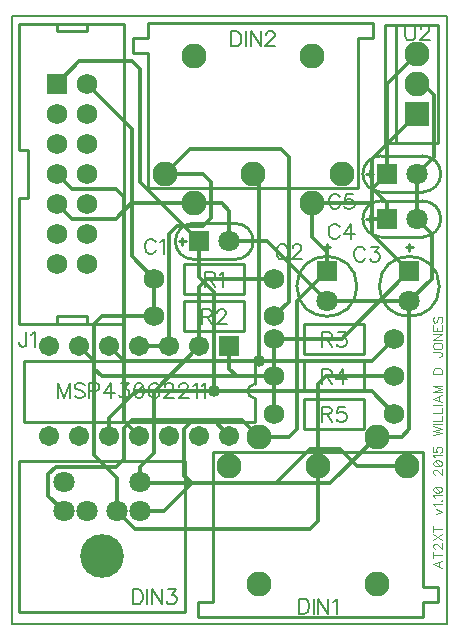
<source format=gbr>
G04 DipTrace 2.4.0.2*
%INTopSilk.gbr*%
%MOIN*%
%ADD10C,0.0098*%
%ADD11C,0.006*%
%ADD13C,0.013*%
%ADD14C,0.063*%
%ADD15R,0.063X0.063*%
%ADD16C,0.0748*%
%ADD17C,0.063*%
%ADD18C,0.1378*%
%ADD19R,0.06X0.06*%
%ADD20C,0.06*%
%ADD21R,0.0591X0.0591*%
%ADD22C,0.0591*%
%ADD23C,0.06*%
%ADD24R,0.0748X0.0748*%
%ADD25C,0.0748*%
%ADD26C,0.04*%
%ADD37C,0.0828*%
%ADD39R,0.0828X0.0828*%
%ADD41C,0.068*%
%ADD43C,0.0671*%
%ADD45R,0.0671X0.0671*%
%ADD47C,0.068*%
%ADD49R,0.068X0.068*%
%ADD51C,0.1458*%
%ADD53C,0.071*%
%ADD55C,0.0828*%
%ADD57R,0.071X0.071*%
%ADD59C,0.071*%
%ADD60C,0.0077*%
%ADD61C,0.0046*%
%FSLAX44Y44*%
G04*
G70*
G90*
G75*
G01*
%LNTopSilk*%
%LPD*%
X9991Y16090D2*
D10*
X11389D1*
X9991Y17290D2*
X11389D1*
Y16090D2*
G03X11389Y17290I1J600D01*
G01*
X9991D2*
G03X9991Y16090I-1J-600D01*
G01*
X9627Y16572D2*
Y16808D1*
X9509Y16690D2*
X9745D1*
X14322Y16489D2*
X14558D1*
X14440Y16607D2*
Y16371D1*
X13440Y15190D2*
G02X13440Y15190I1000J0D01*
G01*
X17072Y16489D2*
X17308D1*
X17190Y16607D2*
Y16371D1*
X16190Y15190D2*
G02X16190Y15190I1000J0D01*
G01*
X16241Y16840D2*
X17639D1*
X16241Y18040D2*
X17639D1*
Y16840D2*
G03X17639Y18040I1J600D01*
G01*
X16241D2*
G03X16241Y16840I-1J-600D01*
G01*
X15877Y17322D2*
Y17558D1*
X15759Y17440D2*
X15995D1*
X16241Y18340D2*
X17639D1*
X16241Y19540D2*
X17639D1*
Y18340D2*
G03X17639Y19540I1J600D01*
G01*
X16241D2*
G03X16241Y18340I-1J-600D01*
G01*
X15877Y18822D2*
Y19058D1*
X15759Y18940D2*
X15995D1*
X17643Y9674D2*
Y5174D1*
X18143D1*
Y4674D1*
X17643D1*
Y4174D1*
X10643D1*
X10143D1*
Y4674D1*
X10643D1*
Y9674D1*
X17643D1*
X8487Y18456D2*
Y22956D1*
X7987D1*
Y23456D1*
X8487D1*
Y23956D1*
X15487D1*
X15987D1*
Y23456D1*
X15487D1*
Y18456D1*
X8487D1*
X4192Y9363D2*
Y4344D1*
X9704Y9363D2*
X4192D1*
X9704D2*
Y4344D1*
X4192D1*
X5439Y23690D2*
Y23940D1*
X6441Y23690D2*
X5439D1*
X6441D2*
Y23940D1*
X5439Y13940D2*
Y14190D1*
X6441D2*
X5439D1*
X6441Y13940D2*
Y14190D1*
X7690Y23940D2*
X4190D1*
X7690Y13940D2*
X4190D1*
X7690D2*
Y23940D1*
X4491Y19740D2*
X4190D1*
X4491Y18140D2*
Y19740D1*
Y18140D2*
X4190D1*
Y19740D2*
Y23940D1*
Y13940D2*
Y18140D1*
X12048Y10670D2*
X4332D1*
Y12718D2*
Y10670D1*
X12048Y12718D2*
X4332D1*
X12048D2*
Y11930D1*
Y10670D2*
Y11458D1*
Y11930D2*
G03X12048Y11458I0J-236D01*
G01*
X11688Y14940D2*
X9692D1*
Y15940D2*
Y14940D1*
X11688Y15940D2*
X9692D1*
X11688D2*
Y14940D1*
Y13690D2*
X9692D1*
Y14690D2*
Y13690D1*
X11688Y14690D2*
X9692D1*
X11688D2*
Y13690D1*
X15688Y12940D2*
X13692D1*
Y13940D2*
Y12940D1*
X15688Y13940D2*
X13692D1*
X15688D2*
Y12940D1*
Y11690D2*
X13692D1*
Y12690D2*
Y11690D1*
X15688Y12690D2*
X13692D1*
X15688D2*
Y11690D1*
Y10440D2*
X13692D1*
Y11440D2*
Y10440D1*
X15688Y11440D2*
X13692D1*
X15688D2*
Y10440D1*
X16377Y19971D2*
X18149D1*
Y23909D1*
X16377D1*
Y19971D1*
X16731D2*
Y23909D1*
X8732Y16653D2*
D60*
X8708Y16700D1*
X8660Y16748D1*
X8613Y16772D1*
X8517D1*
X8469Y16748D1*
X8422Y16700D1*
X8397Y16653D1*
X8373Y16581D1*
Y16461D1*
X8397Y16390D1*
X8422Y16342D1*
X8469Y16294D1*
X8517Y16270D1*
X8613D1*
X8660Y16294D1*
X8708Y16342D1*
X8732Y16390D1*
X8887Y16676D2*
X8935Y16700D1*
X9007Y16772D1*
Y16270D1*
X13125Y16470D2*
X13101Y16517D1*
X13053Y16565D1*
X13005Y16589D1*
X12910D1*
X12862Y16565D1*
X12814Y16517D1*
X12790Y16470D1*
X12766Y16398D1*
Y16278D1*
X12790Y16207D1*
X12814Y16159D1*
X12862Y16111D1*
X12910Y16087D1*
X13005D1*
X13053Y16111D1*
X13101Y16159D1*
X13125Y16207D1*
X13303Y16469D2*
Y16493D1*
X13327Y16541D1*
X13351Y16565D1*
X13399Y16589D1*
X13495D1*
X13542Y16565D1*
X13566Y16541D1*
X13590Y16493D1*
Y16446D1*
X13566Y16397D1*
X13518Y16326D1*
X13279Y16087D1*
X13614D1*
X15717Y16396D2*
X15693Y16443D1*
X15645Y16491D1*
X15598Y16515D1*
X15502D1*
X15454Y16491D1*
X15407Y16443D1*
X15382Y16396D1*
X15359Y16324D1*
Y16204D1*
X15382Y16133D1*
X15407Y16085D1*
X15454Y16037D1*
X15502Y16013D1*
X15598D1*
X15645Y16037D1*
X15693Y16085D1*
X15717Y16133D1*
X15920Y16515D2*
X16182D1*
X16039Y16323D1*
X16111D1*
X16158Y16300D1*
X16182Y16276D1*
X16207Y16204D1*
Y16156D1*
X16182Y16085D1*
X16135Y16037D1*
X16063Y16013D1*
X15991D1*
X15920Y16037D1*
X15896Y16061D1*
X15872Y16108D1*
X14863Y17153D2*
X14839Y17200D1*
X14791Y17248D1*
X14743Y17272D1*
X14648D1*
X14600Y17248D1*
X14552Y17200D1*
X14528Y17153D1*
X14504Y17081D1*
Y16961D1*
X14528Y16890D1*
X14552Y16842D1*
X14600Y16794D1*
X14648Y16770D1*
X14743D1*
X14791Y16794D1*
X14839Y16842D1*
X14863Y16890D1*
X15257Y16770D2*
Y17272D1*
X15017Y16937D1*
X15376D1*
X14875Y18153D2*
X14851Y18200D1*
X14803Y18248D1*
X14755Y18272D1*
X14660D1*
X14612Y18248D1*
X14564Y18200D1*
X14540Y18153D1*
X14516Y18081D1*
Y17961D1*
X14540Y17890D1*
X14564Y17842D1*
X14612Y17794D1*
X14660Y17770D1*
X14755D1*
X14803Y17794D1*
X14851Y17842D1*
X14875Y17890D1*
X15316Y18272D2*
X15077D1*
X15053Y18057D1*
X15077Y18080D1*
X15149Y18105D1*
X15220D1*
X15292Y18080D1*
X15340Y18033D1*
X15364Y17961D1*
Y17914D1*
X15340Y17842D1*
X15292Y17794D1*
X15220Y17770D1*
X15149D1*
X15077Y17794D1*
X15053Y17818D1*
X15029Y17865D1*
X13516Y4780D2*
Y4278D1*
X13684D1*
X13756Y4302D1*
X13804Y4350D1*
X13827Y4398D1*
X13851Y4469D1*
Y4589D1*
X13827Y4661D1*
X13804Y4709D1*
X13756Y4757D1*
X13684Y4780D1*
X13516D1*
X14006D2*
Y4278D1*
X14495Y4780D2*
Y4278D1*
X14160Y4780D1*
Y4278D1*
X14649Y4684D2*
X14697Y4709D1*
X14769Y4780D1*
Y4278D1*
X11253Y23688D2*
Y23186D1*
X11421D1*
X11493Y23210D1*
X11541Y23257D1*
X11564Y23306D1*
X11588Y23377D1*
Y23497D1*
X11564Y23569D1*
X11541Y23616D1*
X11493Y23664D1*
X11421Y23688D1*
X11253D1*
X11743D2*
Y23186D1*
X12232Y23688D2*
Y23186D1*
X11897Y23688D1*
Y23186D1*
X12411Y23568D2*
Y23592D1*
X12434Y23640D1*
X12458Y23664D1*
X12506Y23687D1*
X12602D1*
X12649Y23664D1*
X12673Y23640D1*
X12697Y23592D1*
Y23544D1*
X12673Y23496D1*
X12626Y23425D1*
X12386Y23186D1*
X12721D1*
X7964Y5095D2*
Y4593D1*
X8131D1*
X8203Y4617D1*
X8251Y4665D1*
X8275Y4713D1*
X8299Y4784D1*
Y4904D1*
X8275Y4976D1*
X8251Y5024D1*
X8203Y5072D1*
X8131Y5095D1*
X7964D1*
X8453D2*
Y4593D1*
X8943Y5095D2*
Y4593D1*
X8608Y5095D1*
Y4593D1*
X9145Y5095D2*
X9408D1*
X9264Y4904D1*
X9336D1*
X9384Y4880D1*
X9408Y4856D1*
X9432Y4784D1*
Y4737D1*
X9408Y4665D1*
X9360Y4617D1*
X9288Y4593D1*
X9216D1*
X9145Y4617D1*
X9121Y4641D1*
X9097Y4689D1*
X4422Y13672D2*
Y13290D1*
X4399Y13218D1*
X4374Y13194D1*
X4327Y13170D1*
X4279D1*
X4231Y13194D1*
X4207Y13218D1*
X4183Y13290D1*
Y13337D1*
X4577Y13576D2*
X4625Y13600D1*
X4697Y13672D1*
Y13170D1*
X5876Y11465D2*
Y11968D1*
X5685Y11465D1*
X5493Y11968D1*
Y11465D1*
X6365Y11896D2*
X6318Y11944D1*
X6246Y11968D1*
X6150D1*
X6078Y11944D1*
X6030Y11896D1*
Y11848D1*
X6055Y11800D1*
X6078Y11776D1*
X6126Y11753D1*
X6270Y11704D1*
X6318Y11681D1*
X6341Y11656D1*
X6365Y11609D1*
Y11537D1*
X6318Y11489D1*
X6246Y11465D1*
X6150D1*
X6078Y11489D1*
X6030Y11537D1*
X6520Y11704D2*
X6735D1*
X6806Y11728D1*
X6831Y11753D1*
X6854Y11800D1*
Y11872D1*
X6831Y11919D1*
X6806Y11944D1*
X6735Y11968D1*
X6520D1*
Y11465D1*
X7248D2*
Y11967D1*
X7009Y11633D1*
X7368D1*
X7570Y11967D2*
X7833D1*
X7689Y11776D1*
X7761D1*
X7809Y11752D1*
X7833Y11728D1*
X7857Y11656D1*
Y11609D1*
X7833Y11537D1*
X7785Y11489D1*
X7713Y11465D1*
X7641D1*
X7570Y11489D1*
X7546Y11513D1*
X7522Y11561D1*
X8155Y11967D2*
X8083Y11943D1*
X8035Y11871D1*
X8011Y11752D1*
Y11680D1*
X8035Y11561D1*
X8083Y11489D1*
X8155Y11465D1*
X8203D1*
X8274Y11489D1*
X8322Y11561D1*
X8346Y11680D1*
Y11752D1*
X8322Y11871D1*
X8274Y11943D1*
X8203Y11967D1*
X8155D1*
X8322Y11871D2*
X8035Y11561D1*
X8859Y11848D2*
X8836Y11896D1*
X8787Y11944D1*
X8740Y11968D1*
X8644D1*
X8596Y11944D1*
X8549Y11896D1*
X8524Y11848D1*
X8501Y11776D1*
Y11656D1*
X8524Y11585D1*
X8549Y11537D1*
X8596Y11489D1*
X8644Y11465D1*
X8740D1*
X8787Y11489D1*
X8836Y11537D1*
X8859Y11585D1*
Y11656D1*
X8740D1*
X9038Y11848D2*
Y11871D1*
X9062Y11919D1*
X9086Y11943D1*
X9134Y11967D1*
X9229D1*
X9277Y11943D1*
X9301Y11919D1*
X9325Y11871D1*
Y11824D1*
X9301Y11776D1*
X9253Y11704D1*
X9014Y11465D1*
X9349D1*
X9527Y11848D2*
Y11871D1*
X9551Y11919D1*
X9575Y11943D1*
X9623Y11967D1*
X9719D1*
X9766Y11943D1*
X9790Y11919D1*
X9814Y11871D1*
Y11824D1*
X9790Y11776D1*
X9742Y11704D1*
X9503Y11465D1*
X9838D1*
X9992Y11871D2*
X10040Y11896D1*
X10112Y11967D1*
Y11465D1*
X10267Y11871D2*
X10315Y11896D1*
X10387Y11967D1*
Y11465D1*
X10385Y15433D2*
X10600D1*
X10672Y15457D1*
X10697Y15481D1*
X10720Y15529D1*
Y15577D1*
X10697Y15624D1*
X10672Y15648D1*
X10600Y15672D1*
X10385D1*
Y15170D1*
X10553Y15433D2*
X10720Y15170D1*
X10875Y15576D2*
X10923Y15600D1*
X10995Y15672D1*
Y15170D1*
X10278Y14183D2*
X10493D1*
X10565Y14207D1*
X10589Y14231D1*
X10613Y14279D1*
Y14327D1*
X10589Y14374D1*
X10565Y14398D1*
X10493Y14422D1*
X10278D1*
Y13920D1*
X10445Y14183D2*
X10613Y13920D1*
X10792Y14302D2*
Y14326D1*
X10815Y14374D1*
X10839Y14398D1*
X10887Y14422D1*
X10983D1*
X11030Y14398D1*
X11054Y14374D1*
X11078Y14326D1*
Y14279D1*
X11054Y14230D1*
X11007Y14159D1*
X10767Y13920D1*
X11102D1*
X14278Y13433D2*
X14493D1*
X14565Y13457D1*
X14589Y13481D1*
X14613Y13529D1*
Y13577D1*
X14589Y13624D1*
X14565Y13648D1*
X14493Y13672D1*
X14278D1*
Y13170D1*
X14445Y13433D2*
X14613Y13170D1*
X14815Y13672D2*
X15078D1*
X14935Y13480D1*
X15007D1*
X15054Y13457D1*
X15078Y13433D1*
X15102Y13361D1*
Y13314D1*
X15078Y13242D1*
X15030Y13194D1*
X14958Y13170D1*
X14887D1*
X14815Y13194D1*
X14792Y13218D1*
X14767Y13265D1*
X14266Y12183D2*
X14481D1*
X14553Y12207D1*
X14577Y12231D1*
X14601Y12279D1*
Y12327D1*
X14577Y12374D1*
X14553Y12398D1*
X14481Y12422D1*
X14266D1*
Y11920D1*
X14433Y12183D2*
X14601Y11920D1*
X14995D2*
Y12422D1*
X14755Y12087D1*
X15114D1*
X14278Y10933D2*
X14493D1*
X14565Y10957D1*
X14589Y10981D1*
X14613Y11029D1*
Y11077D1*
X14589Y11124D1*
X14565Y11148D1*
X14493Y11172D1*
X14278D1*
Y10670D1*
X14445Y10933D2*
X14613Y10670D1*
X15054Y11172D2*
X14815D1*
X14792Y10957D1*
X14815Y10980D1*
X14887Y11005D1*
X14958D1*
X15030Y10980D1*
X15078Y10933D1*
X15102Y10861D1*
Y10814D1*
X15078Y10742D1*
X15030Y10694D1*
X14958Y10670D1*
X14887D1*
X14815Y10694D1*
X14792Y10718D1*
X14767Y10765D1*
X17054Y23891D2*
Y23532D1*
X17078Y23460D1*
X17126Y23413D1*
X17198Y23388D1*
X17246D1*
X17317Y23413D1*
X17366Y23460D1*
X17389Y23532D1*
Y23891D1*
X17568Y23771D2*
Y23795D1*
X17592Y23843D1*
X17616Y23866D1*
X17664Y23890D1*
X17759D1*
X17807Y23866D1*
X17831Y23843D1*
X17855Y23795D1*
Y23747D1*
X17831Y23699D1*
X17783Y23628D1*
X17544Y23388D1*
X17879D1*
X18283Y6040D2*
D61*
X17981Y5924D1*
X18283Y5810D1*
X18182Y5853D2*
Y5996D1*
X17981Y6233D2*
X18283D1*
X17981Y6132D2*
Y6333D1*
X18053Y6440D2*
X18039D1*
X18010Y6455D1*
X17996Y6469D1*
X17982Y6498D1*
Y6555D1*
X17996Y6584D1*
X18010Y6598D1*
X18039Y6612D1*
X18068D1*
X18096Y6598D1*
X18139Y6569D1*
X18283Y6426D1*
Y6627D1*
X17981Y6719D2*
X18283Y6920D1*
X17981D2*
X18283Y6719D1*
X17981Y7113D2*
X18283D1*
X17981Y7013D2*
Y7214D1*
X18082Y7598D2*
X18283Y7684D1*
X18082Y7770D1*
X18039Y7863D2*
X18024Y7892D1*
X17982Y7935D1*
X18283D1*
X18254Y8042D2*
X18268Y8027D1*
X18283Y8042D1*
X18268Y8056D1*
X18254Y8042D1*
X18039Y8149D2*
X18024Y8178D1*
X17982Y8221D1*
X18283D1*
X17982Y8400D2*
X17996Y8357D1*
X18039Y8328D1*
X18111Y8314D1*
X18154D1*
X18225Y8328D1*
X18268Y8357D1*
X18283Y8400D1*
Y8428D1*
X18268Y8471D1*
X18225Y8500D1*
X18154Y8515D1*
X18111D1*
X18039Y8500D1*
X17996Y8471D1*
X17982Y8428D1*
Y8400D1*
X18039Y8500D2*
X18225Y8328D1*
X18053Y8913D2*
X18039D1*
X18010Y8928D1*
X17996Y8942D1*
X17982Y8971D1*
Y9028D1*
X17996Y9057D1*
X18010Y9071D1*
X18039Y9085D1*
X18068D1*
X18096Y9071D1*
X18139Y9042D1*
X18283Y8899D1*
Y9100D1*
X17982Y9279D2*
X17996Y9235D1*
X18039Y9207D1*
X18111Y9192D1*
X18154D1*
X18225Y9207D1*
X18268Y9235D1*
X18283Y9279D1*
Y9307D1*
X18268Y9350D1*
X18225Y9379D1*
X18154Y9393D1*
X18111D1*
X18039Y9379D1*
X17996Y9350D1*
X17982Y9307D1*
Y9279D1*
X18039Y9379D2*
X18225Y9207D1*
X18039Y9486D2*
X18024Y9515D1*
X17982Y9558D1*
X18283D1*
X17982Y9823D2*
Y9679D1*
X18111Y9665D1*
X18096Y9679D1*
X18082Y9723D1*
Y9765D1*
X18096Y9808D1*
X18125Y9837D1*
X18168Y9852D1*
X18197D1*
X18240Y9837D1*
X18268Y9808D1*
X18283Y9765D1*
Y9723D1*
X18268Y9679D1*
X18254Y9665D1*
X18225Y9651D1*
X17981Y10236D2*
X18283Y10308D1*
X17981Y10379D1*
X18283Y10451D1*
X17981Y10523D1*
Y10616D2*
X18283D1*
X17981Y10708D2*
X18283D1*
Y10880D1*
X17981Y10973D2*
X18283D1*
Y11145D1*
X17981Y11238D2*
X18283D1*
Y11560D2*
X17981Y11445D1*
X18283Y11330D1*
X18182Y11373D2*
Y11517D1*
X18283Y11882D2*
X17981D1*
X18283Y11768D1*
X17981Y11653D1*
X18283D1*
X17981Y12266D2*
X18283D1*
Y12367D1*
X18268Y12410D1*
X18240Y12439D1*
X18211Y12453D1*
X18168Y12467D1*
X18096D1*
X18053Y12453D1*
X18024Y12439D1*
X17996Y12410D1*
X17981Y12367D1*
Y12266D1*
Y12995D2*
X18211D1*
X18254Y12981D1*
X18268Y12966D1*
X18283Y12938D1*
Y12909D1*
X18268Y12881D1*
X18254Y12866D1*
X18211Y12852D1*
X18182D1*
X17981Y13174D2*
X17996Y13145D1*
X18024Y13117D1*
X18053Y13102D1*
X18096Y13088D1*
X18168D1*
X18211Y13102D1*
X18240Y13117D1*
X18268Y13145D1*
X18283Y13174D1*
Y13232D1*
X18268Y13260D1*
X18240Y13289D1*
X18211Y13303D1*
X18168Y13317D1*
X18096D1*
X18053Y13303D1*
X18024Y13289D1*
X17996Y13260D1*
X17981Y13232D1*
Y13174D1*
Y13611D2*
X18283D1*
X17981Y13410D1*
X18283D1*
X17981Y13890D2*
Y13704D1*
X18283D1*
Y13890D1*
X18125Y13704D2*
Y13818D1*
X18024Y14184D2*
X17996Y14155D1*
X17981Y14112D1*
Y14055D1*
X17996Y14011D1*
X18024Y13983D1*
X18053D1*
X18082Y13997D1*
X18096Y14011D1*
X18110Y14040D1*
X18139Y14126D1*
X18153Y14155D1*
X18168Y14169D1*
X18197Y14184D1*
X18240D1*
X18268Y14155D1*
X18283Y14112D1*
Y14055D1*
X18268Y14011D1*
X18240Y13983D1*
%LNTopMask*%
D26*
X10680Y11695D3*
X12190Y12690D3*
D59*
X11190Y16690D3*
D57*
X10190D3*
X14440Y15690D3*
D59*
Y14690D3*
D57*
X17190Y15690D3*
D59*
Y14690D3*
X17440Y17440D3*
D57*
X16440D3*
D59*
X17440Y18940D3*
D57*
X16440D3*
D55*
X11190Y9190D3*
X14143D3*
X17096D3*
X12174Y10174D3*
X16111D3*
X12174Y5253D3*
X16111D3*
X14940Y18940D3*
X11987D3*
X9034D3*
X13956Y17956D3*
X10019D3*
X13956Y22877D3*
X10019D3*
D53*
X7440Y7690D3*
X6456D3*
X8227D3*
X5668D3*
X8227Y8674D3*
X5668D3*
D51*
X6948Y6214D3*
D49*
X5440Y21940D3*
D47*
Y20940D3*
Y19940D3*
Y18940D3*
Y17940D3*
Y16940D3*
Y15940D3*
X6440D3*
Y16940D3*
Y17940D3*
Y18940D3*
Y19940D3*
Y20940D3*
Y21940D3*
D45*
X11190Y13190D3*
D43*
X10190D3*
X9190D3*
X8190D3*
X7190D3*
X6190D3*
X5190D3*
Y10198D3*
X6190D3*
X7190D3*
X8190D3*
X9190D3*
X10190D3*
X11190D3*
D47*
X8690Y15440D3*
D41*
X12690D3*
D47*
X8690Y14190D3*
D41*
X12690D3*
D47*
Y13440D3*
D41*
X16690D3*
D47*
X12690Y12190D3*
D41*
X16690D3*
D47*
X12690Y10940D3*
D41*
X16690D3*
D39*
X17440Y20940D3*
D37*
Y21940D3*
Y22940D3*
%LNTopPaste*%
D26*
X10680Y11695D3*
X12190Y12690D3*
%LNTop*%
X17190Y15690D2*
D13*
X14940Y13440D1*
X12690D1*
X8690Y14190D2*
X6940D1*
X6680Y13930D1*
Y12450D1*
X6940Y12190D1*
X12690D1*
X11190Y16690D2*
X12440D1*
X14440Y14690D1*
X10019Y17956D2*
X7921D1*
X7401Y17435D1*
X5945D1*
X5440Y17940D1*
X10190Y13190D2*
Y15180D1*
X10450Y15440D1*
X12690D1*
X8227Y8674D2*
X8281Y8621D1*
X12745D1*
X13883Y9759D1*
X14875D1*
X15444Y9190D1*
X17096D1*
X9034Y18940D2*
X10328D1*
X10588Y18680D1*
Y17460D1*
X10328Y17200D1*
X9450D1*
X9190Y16940D1*
Y13190D1*
X14143Y9190D2*
Y7358D1*
X13883Y7098D1*
X8032D1*
X7440Y7690D1*
X12174Y10174D2*
X11605Y10743D1*
X7940D1*
X7680Y10483D1*
Y9444D1*
X7420Y9184D1*
X5418D1*
X5158Y8924D1*
Y8200D1*
X5668Y7690D1*
X13956Y17956D2*
X15930D1*
Y17440D1*
X16440D1*
Y17961D1*
X15930Y18471D1*
Y19430D1*
X17440Y20940D1*
X7190Y10198D2*
Y10810D1*
X8075Y11695D1*
X10680D1*
X15935D1*
X16690Y10940D1*
X7190Y13190D2*
X7690Y12690D1*
X12190D1*
X15940D1*
X16690Y13440D1*
D26*
X10680Y11695D3*
X12190Y12690D3*
D14*
X11190Y16690D3*
D15*
X10190D3*
X14440Y15690D3*
D14*
Y14690D3*
D15*
X17190Y15690D3*
D14*
Y14690D3*
X17440Y17440D3*
D15*
X16440D3*
D14*
X17440Y18940D3*
D15*
X16440D3*
D16*
X11190Y9190D3*
X14143D3*
X17096D3*
X12174Y10174D3*
X16111D3*
X12174Y5253D3*
X16111D3*
X14940Y18940D3*
X11987D3*
X9034D3*
X13956Y17956D3*
X10019D3*
X13956Y22877D3*
X10019D3*
D17*
X7440Y7690D3*
X6456D3*
X8227D3*
X5668D3*
X8227Y8674D3*
X5668D3*
D18*
X6948Y6214D3*
D19*
X5440Y21940D3*
D20*
Y20940D3*
Y19940D3*
Y18940D3*
Y17940D3*
Y16940D3*
Y15940D3*
X6440D3*
Y16940D3*
Y17940D3*
Y18940D3*
Y19940D3*
Y20940D3*
Y21940D3*
D21*
X11190Y13190D3*
D22*
X10190D3*
X9190D3*
X8190D3*
X7190D3*
X6190D3*
X5190D3*
Y10198D3*
X6190D3*
X7190D3*
X8190D3*
X9190D3*
X10190D3*
X11190D3*
D20*
X8690Y15440D3*
D23*
X12690D3*
D20*
X8690Y14190D3*
D23*
X12690D3*
D20*
Y13440D3*
D23*
X16690D3*
D20*
X12690Y12190D3*
D23*
X16690D3*
D20*
X12690Y10940D3*
D23*
X16690D3*
D24*
X17440Y20940D3*
D25*
Y21940D3*
Y22940D3*
%LNBottom*%
X8690Y14190D2*
D13*
Y15440D1*
X17190Y15690D2*
X15930Y16950D1*
Y18430D1*
X16440Y18940D1*
X12690Y13440D2*
Y12190D1*
Y10940D1*
X8690Y15440D2*
X7940Y16190D1*
Y20440D1*
X6440Y21940D1*
X16440Y18940D2*
Y21940D1*
X17440Y22940D1*
X12690Y12190D2*
X11450D1*
X11190Y12450D1*
Y13190D1*
X17440Y21940D2*
D3*
X11190Y16690D2*
Y17696D1*
X10930Y17956D1*
X10019D1*
X16111Y10174D2*
X14558Y8621D1*
X9940D1*
X9680Y8881D1*
Y10428D1*
X9940Y10688D1*
X10700D1*
X11190Y10198D1*
X14440Y14690D2*
X17190D1*
X9940Y8621D2*
X9009Y7690D1*
X8227D1*
X17190Y14690D2*
Y10434D1*
X16930Y10174D1*
X16111D1*
X17440Y17440D2*
X17950Y16930D1*
Y15450D1*
X17190Y14690D1*
X17440Y18940D2*
Y17440D1*
Y21940D2*
X17635D1*
X18009Y21566D1*
Y19509D1*
X17440Y18940D1*
X5440D2*
X5945Y18435D1*
X7420D1*
X7680Y18175D1*
Y10708D1*
X8190Y10198D1*
X8227Y8674D2*
Y9184D1*
X8680Y9637D1*
Y11680D1*
X10190Y13190D1*
X9034Y18940D2*
X9864Y19769D1*
X12925D1*
X13185Y19509D1*
Y14685D1*
X12690Y14190D1*
X9190Y13190D2*
X8190D1*
X14143Y9190D2*
Y11930D1*
X14403Y12190D1*
X16690D1*
X7440Y7690D2*
Y8804D1*
X6680Y9564D1*
Y12700D1*
X6190Y13190D1*
X13956Y17956D2*
Y16830D1*
X14440Y16346D1*
Y15690D1*
X13445Y14695D1*
Y10434D1*
X13185Y10174D1*
X12174D1*
X10680Y11695D2*
Y15015D1*
X10190Y15505D1*
Y16690D1*
X8200Y18680D1*
Y22435D1*
X7940Y22695D1*
X6195D1*
X5440Y21940D1*
X12190Y12690D2*
Y18940D1*
X11987D1*
D26*
X10680Y11695D3*
X12190Y12690D3*
D14*
X11190Y16690D3*
D15*
X10190D3*
X14440Y15690D3*
D14*
Y14690D3*
D15*
X17190Y15690D3*
D14*
Y14690D3*
X17440Y17440D3*
D15*
X16440D3*
D14*
X17440Y18940D3*
D15*
X16440D3*
D16*
X11190Y9190D3*
X14143D3*
X17096D3*
X12174Y10174D3*
X16111D3*
X12174Y5253D3*
X16111D3*
X14940Y18940D3*
X11987D3*
X9034D3*
X13956Y17956D3*
X10019D3*
X13956Y22877D3*
X10019D3*
D17*
X7440Y7690D3*
X6456D3*
X8227D3*
X5668D3*
X8227Y8674D3*
X5668D3*
D18*
X6948Y6214D3*
D19*
X5440Y21940D3*
D20*
Y20940D3*
Y19940D3*
Y18940D3*
Y17940D3*
Y16940D3*
Y15940D3*
X6440D3*
Y16940D3*
Y17940D3*
Y18940D3*
Y19940D3*
Y20940D3*
Y21940D3*
D21*
X11190Y13190D3*
D22*
X10190D3*
X9190D3*
X8190D3*
X7190D3*
X6190D3*
X5190D3*
Y10198D3*
X6190D3*
X7190D3*
X8190D3*
X9190D3*
X10190D3*
X11190D3*
D20*
X8690Y15440D3*
D23*
X12690D3*
D20*
X8690Y14190D3*
D23*
X12690D3*
D20*
Y13440D3*
D23*
X16690D3*
D20*
X12690Y12190D3*
D23*
X16690D3*
D20*
X12690Y10940D3*
D23*
X16690D3*
D24*
X17440Y20940D3*
D25*
Y21940D3*
Y22940D3*
%LNBotPaste*%
D26*
X10680Y11695D3*
X12190Y12690D3*
%LNBotMask*%
X10680Y11695D3*
X12190Y12690D3*
D59*
X11190Y16690D3*
D57*
X10190D3*
X14440Y15690D3*
D59*
Y14690D3*
D57*
X17190Y15690D3*
D59*
Y14690D3*
X17440Y17440D3*
D57*
X16440D3*
D59*
X17440Y18940D3*
D57*
X16440D3*
D55*
X11190Y9190D3*
X14143D3*
X17096D3*
X12174Y10174D3*
X16111D3*
X12174Y5253D3*
X16111D3*
X14940Y18940D3*
X11987D3*
X9034D3*
X13956Y17956D3*
X10019D3*
X13956Y22877D3*
X10019D3*
D53*
X7440Y7690D3*
X6456D3*
X8227D3*
X5668D3*
X8227Y8674D3*
X5668D3*
D51*
X6948Y6214D3*
D49*
X5440Y21940D3*
D47*
Y20940D3*
Y19940D3*
Y18940D3*
Y17940D3*
Y16940D3*
Y15940D3*
X6440D3*
Y16940D3*
Y17940D3*
Y18940D3*
Y19940D3*
Y20940D3*
Y21940D3*
D45*
X11190Y13190D3*
D43*
X10190D3*
X9190D3*
X8190D3*
X7190D3*
X6190D3*
X5190D3*
Y10198D3*
X6190D3*
X7190D3*
X8190D3*
X9190D3*
X10190D3*
X11190D3*
D47*
X8690Y15440D3*
D41*
X12690D3*
D47*
X8690Y14190D3*
D41*
X12690D3*
D47*
Y13440D3*
D41*
X16690D3*
D47*
X12690Y12190D3*
D41*
X16690D3*
D47*
X12690Y10940D3*
D41*
X16690D3*
D39*
X17440Y20940D3*
D37*
Y21940D3*
Y22940D3*
%LNBotSilk*%
%LNBoardOutline*%
X3940Y24190D2*
D11*
X18440D1*
Y3940D1*
X3940D1*
Y24190D1*
M02*

</source>
